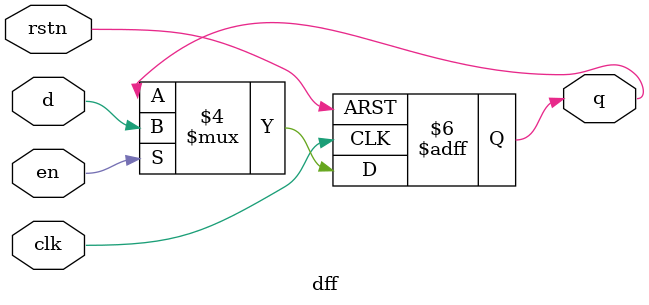
<source format=sv>
module dff(
input clk,
input rstn,
input en,
input d,
output logic q
);

always @(posedge clk or negedge rstn)
begin
	if(!rstn)
		q <= 0;
	else
	begin
		if(en)
			q <= d;
		else
			q <= q; //prevents the creation of latches
	end
end


endmodule

</source>
